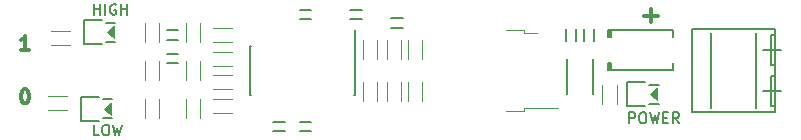
<source format=gbr>
%TF.GenerationSoftware,KiCad,Pcbnew,7.0.11-2.fc39*%
%TF.CreationDate,2024-11-23T03:24:36+03:00*%
%TF.ProjectId,logic_tester,6c6f6769-635f-4746-9573-7465722e6b69,1.0*%
%TF.SameCoordinates,PX47868c0PY55d4a80*%
%TF.FileFunction,Legend,Top*%
%TF.FilePolarity,Positive*%
%FSLAX46Y46*%
G04 Gerber Fmt 4.6, Leading zero omitted, Abs format (unit mm)*
G04 Created by KiCad (PCBNEW 7.0.11-2.fc39) date 2024-11-23 03:24:36*
%MOMM*%
%LPD*%
G01*
G04 APERTURE LIST*
%ADD10C,0.300000*%
%ADD11C,0.200000*%
%ADD12C,0.150000*%
%ADD13C,0.120000*%
%ADD14C,0.100000*%
G04 APERTURE END LIST*
D10*
X1442857Y-11589542D02*
X1557143Y-11589542D01*
X1557143Y-11589542D02*
X1671429Y-11646685D01*
X1671429Y-11646685D02*
X1728572Y-11703828D01*
X1728572Y-11703828D02*
X1785714Y-11818114D01*
X1785714Y-11818114D02*
X1842857Y-12046685D01*
X1842857Y-12046685D02*
X1842857Y-12332400D01*
X1842857Y-12332400D02*
X1785714Y-12560971D01*
X1785714Y-12560971D02*
X1728572Y-12675257D01*
X1728572Y-12675257D02*
X1671429Y-12732400D01*
X1671429Y-12732400D02*
X1557143Y-12789542D01*
X1557143Y-12789542D02*
X1442857Y-12789542D01*
X1442857Y-12789542D02*
X1328572Y-12732400D01*
X1328572Y-12732400D02*
X1271429Y-12675257D01*
X1271429Y-12675257D02*
X1214286Y-12560971D01*
X1214286Y-12560971D02*
X1157143Y-12332400D01*
X1157143Y-12332400D02*
X1157143Y-12046685D01*
X1157143Y-12046685D02*
X1214286Y-11818114D01*
X1214286Y-11818114D02*
X1271429Y-11703828D01*
X1271429Y-11703828D02*
X1328572Y-11646685D01*
X1328572Y-11646685D02*
X1442857Y-11589542D01*
D11*
X7357143Y-5305957D02*
X7357143Y-4405957D01*
X7357143Y-4834528D02*
X7871429Y-4834528D01*
X7871429Y-5305957D02*
X7871429Y-4405957D01*
X8300000Y-5305957D02*
X8300000Y-4405957D01*
X9200000Y-4448814D02*
X9114286Y-4405957D01*
X9114286Y-4405957D02*
X8985714Y-4405957D01*
X8985714Y-4405957D02*
X8857143Y-4448814D01*
X8857143Y-4448814D02*
X8771428Y-4534528D01*
X8771428Y-4534528D02*
X8728571Y-4620242D01*
X8728571Y-4620242D02*
X8685714Y-4791671D01*
X8685714Y-4791671D02*
X8685714Y-4920242D01*
X8685714Y-4920242D02*
X8728571Y-5091671D01*
X8728571Y-5091671D02*
X8771428Y-5177385D01*
X8771428Y-5177385D02*
X8857143Y-5263100D01*
X8857143Y-5263100D02*
X8985714Y-5305957D01*
X8985714Y-5305957D02*
X9071428Y-5305957D01*
X9071428Y-5305957D02*
X9200000Y-5263100D01*
X9200000Y-5263100D02*
X9242857Y-5220242D01*
X9242857Y-5220242D02*
X9242857Y-4920242D01*
X9242857Y-4920242D02*
X9071428Y-4920242D01*
X9628571Y-5305957D02*
X9628571Y-4405957D01*
X9628571Y-4834528D02*
X10142857Y-4834528D01*
X10142857Y-5305957D02*
X10142857Y-4405957D01*
X52671428Y-14455957D02*
X52671428Y-13555957D01*
X52671428Y-13555957D02*
X53014285Y-13555957D01*
X53014285Y-13555957D02*
X53100000Y-13598814D01*
X53100000Y-13598814D02*
X53142857Y-13641671D01*
X53142857Y-13641671D02*
X53185714Y-13727385D01*
X53185714Y-13727385D02*
X53185714Y-13855957D01*
X53185714Y-13855957D02*
X53142857Y-13941671D01*
X53142857Y-13941671D02*
X53100000Y-13984528D01*
X53100000Y-13984528D02*
X53014285Y-14027385D01*
X53014285Y-14027385D02*
X52671428Y-14027385D01*
X53742857Y-13555957D02*
X53914285Y-13555957D01*
X53914285Y-13555957D02*
X54000000Y-13598814D01*
X54000000Y-13598814D02*
X54085714Y-13684528D01*
X54085714Y-13684528D02*
X54128571Y-13855957D01*
X54128571Y-13855957D02*
X54128571Y-14155957D01*
X54128571Y-14155957D02*
X54085714Y-14327385D01*
X54085714Y-14327385D02*
X54000000Y-14413100D01*
X54000000Y-14413100D02*
X53914285Y-14455957D01*
X53914285Y-14455957D02*
X53742857Y-14455957D01*
X53742857Y-14455957D02*
X53657143Y-14413100D01*
X53657143Y-14413100D02*
X53571428Y-14327385D01*
X53571428Y-14327385D02*
X53528571Y-14155957D01*
X53528571Y-14155957D02*
X53528571Y-13855957D01*
X53528571Y-13855957D02*
X53571428Y-13684528D01*
X53571428Y-13684528D02*
X53657143Y-13598814D01*
X53657143Y-13598814D02*
X53742857Y-13555957D01*
X54428571Y-13555957D02*
X54642857Y-14455957D01*
X54642857Y-14455957D02*
X54814285Y-13813100D01*
X54814285Y-13813100D02*
X54985714Y-14455957D01*
X54985714Y-14455957D02*
X55200000Y-13555957D01*
X55542856Y-13984528D02*
X55842856Y-13984528D01*
X55971428Y-14455957D02*
X55542856Y-14455957D01*
X55542856Y-14455957D02*
X55542856Y-13555957D01*
X55542856Y-13555957D02*
X55971428Y-13555957D01*
X56871428Y-14455957D02*
X56571428Y-14027385D01*
X56357142Y-14455957D02*
X56357142Y-13555957D01*
X56357142Y-13555957D02*
X56699999Y-13555957D01*
X56699999Y-13555957D02*
X56785714Y-13598814D01*
X56785714Y-13598814D02*
X56828571Y-13641671D01*
X56828571Y-13641671D02*
X56871428Y-13727385D01*
X56871428Y-13727385D02*
X56871428Y-13855957D01*
X56871428Y-13855957D02*
X56828571Y-13941671D01*
X56828571Y-13941671D02*
X56785714Y-13984528D01*
X56785714Y-13984528D02*
X56699999Y-14027385D01*
X56699999Y-14027385D02*
X56357142Y-14027385D01*
D10*
X1842857Y-8289542D02*
X1157143Y-8289542D01*
X1500000Y-8289542D02*
X1500000Y-7089542D01*
X1500000Y-7089542D02*
X1385714Y-7260971D01*
X1385714Y-7260971D02*
X1271429Y-7375257D01*
X1271429Y-7375257D02*
X1157143Y-7432400D01*
D11*
X7792858Y-15505957D02*
X7364286Y-15505957D01*
X7364286Y-15505957D02*
X7364286Y-14605957D01*
X8264286Y-14605957D02*
X8435714Y-14605957D01*
X8435714Y-14605957D02*
X8521429Y-14648814D01*
X8521429Y-14648814D02*
X8607143Y-14734528D01*
X8607143Y-14734528D02*
X8650000Y-14905957D01*
X8650000Y-14905957D02*
X8650000Y-15205957D01*
X8650000Y-15205957D02*
X8607143Y-15377385D01*
X8607143Y-15377385D02*
X8521429Y-15463100D01*
X8521429Y-15463100D02*
X8435714Y-15505957D01*
X8435714Y-15505957D02*
X8264286Y-15505957D01*
X8264286Y-15505957D02*
X8178572Y-15463100D01*
X8178572Y-15463100D02*
X8092857Y-15377385D01*
X8092857Y-15377385D02*
X8050000Y-15205957D01*
X8050000Y-15205957D02*
X8050000Y-14905957D01*
X8050000Y-14905957D02*
X8092857Y-14734528D01*
X8092857Y-14734528D02*
X8178572Y-14648814D01*
X8178572Y-14648814D02*
X8264286Y-14605957D01*
X8950000Y-14605957D02*
X9164286Y-15505957D01*
X9164286Y-15505957D02*
X9335714Y-14863100D01*
X9335714Y-14863100D02*
X9507143Y-15505957D01*
X9507143Y-15505957D02*
X9721429Y-14605957D01*
D10*
X53928571Y-5356900D02*
X55071429Y-5356900D01*
X54500000Y-5928328D02*
X54500000Y-4785471D01*
D12*
%TO.C,C9*%
X33500000Y-6400000D02*
X32500000Y-6400000D01*
X33500000Y-5600000D02*
X32500000Y-5600000D01*
D13*
%TO.C,R10*%
X17450000Y-10400000D02*
X19050000Y-10400000D01*
X19050000Y-11600000D02*
X17450000Y-11600000D01*
%TO.C,R8*%
X17450000Y-12400000D02*
X19050000Y-12400000D01*
X19050000Y-13600000D02*
X17450000Y-13600000D01*
D11*
%TO.C,J1*%
X57950000Y-13500000D02*
X57950000Y-6500000D01*
X65050000Y-13500000D02*
X57950000Y-13500000D01*
X59600000Y-13150000D02*
X59600000Y-6850000D01*
X63400000Y-13150000D02*
X63400000Y-6850000D01*
X64700000Y-13000000D02*
X64700000Y-10500000D01*
X65050000Y-13000000D02*
X64700000Y-13000000D01*
D12*
X64000000Y-11750000D02*
X65500000Y-11750000D01*
D11*
X64700000Y-10500000D02*
X65050000Y-10500000D01*
X64700000Y-9500000D02*
X64700000Y-7000000D01*
X65050000Y-9500000D02*
X64700000Y-9500000D01*
D12*
X64000000Y-8250000D02*
X65500000Y-8250000D01*
D11*
X64700000Y-7000000D02*
X65050000Y-7000000D01*
X57950000Y-6500000D02*
X65050000Y-6500000D01*
X65050000Y-6500000D02*
X65050000Y-13500000D01*
D13*
%TO.C,R15*%
X33350000Y-7450000D02*
X33350000Y-9050000D01*
X32150000Y-9050000D02*
X32150000Y-7450000D01*
D11*
%TO.C,D4*%
X6250000Y-12250000D02*
X7750000Y-12250000D01*
X6250000Y-14250000D02*
X6250000Y-12250000D01*
X7750000Y-14250000D02*
X6250000Y-14250000D01*
X8900000Y-12450000D02*
X8100000Y-12450000D01*
X8900000Y-14050000D02*
X8100000Y-14050000D01*
D14*
X8800000Y-13750000D02*
X8200000Y-13250000D01*
X8800000Y-12750000D01*
X8800000Y-13750000D01*
G36*
X8800000Y-13750000D02*
G01*
X8200000Y-13250000D01*
X8800000Y-12750000D01*
X8800000Y-13750000D01*
G37*
D13*
%TO.C,R13*%
X35100000Y-7450000D02*
X35100000Y-9050000D01*
X33900000Y-9050000D02*
X33900000Y-7450000D01*
%TO.C,R12*%
X30150000Y-9050000D02*
X30150000Y-7450000D01*
X31350000Y-7450000D02*
X31350000Y-9050000D01*
%TO.C,R4*%
X16350000Y-9200000D02*
X16350000Y-10800000D01*
X15150000Y-10800000D02*
X15150000Y-9200000D01*
D12*
%TO.C,C1*%
X13500000Y-8600000D02*
X14500000Y-8600000D01*
X13500000Y-9400000D02*
X14500000Y-9400000D01*
D13*
%TO.C,R3*%
X12850000Y-9200000D02*
X12850000Y-10800000D01*
X11650000Y-10800000D02*
X11650000Y-9200000D01*
D12*
%TO.C,C8*%
X29000000Y-4850000D02*
X30000000Y-4850000D01*
X29000000Y-5650000D02*
X30000000Y-5650000D01*
D13*
%TO.C,R17*%
X3700000Y-6650000D02*
X5300000Y-6650000D01*
X5300000Y-7850000D02*
X3700000Y-7850000D01*
D12*
%TO.C,C6*%
X47350000Y-7500000D02*
X47350000Y-6500000D01*
X48150000Y-7500000D02*
X48150000Y-6500000D01*
%TO.C,C10*%
X23500000Y-15150000D02*
X22500000Y-15150000D01*
X23500000Y-14350000D02*
X22500000Y-14350000D01*
D13*
%TO.C,R16*%
X33350000Y-10950000D02*
X33350000Y-12550000D01*
X32150000Y-12550000D02*
X32150000Y-10950000D01*
%TO.C,R1*%
X12850000Y-5950000D02*
X12850000Y-7550000D01*
X11650000Y-7550000D02*
X11650000Y-5950000D01*
%TO.C,R14*%
X35100000Y-10950000D02*
X35100000Y-12550000D01*
X33900000Y-12550000D02*
X33900000Y-10950000D01*
D11*
%TO.C,D2*%
X6500000Y-5750000D02*
X8000000Y-5750000D01*
X6500000Y-7750000D02*
X6500000Y-5750000D01*
X8000000Y-7750000D02*
X6500000Y-7750000D01*
X9150000Y-5950000D02*
X8350000Y-5950000D01*
X9150000Y-7550000D02*
X8350000Y-7550000D01*
D14*
X9050000Y-7250000D02*
X8450000Y-6750000D01*
X9050000Y-6250000D01*
X9050000Y-7250000D01*
G36*
X9050000Y-7250000D02*
G01*
X8450000Y-6750000D01*
X9050000Y-6250000D01*
X9050000Y-7250000D01*
G37*
D12*
%TO.C,C5*%
X48850000Y-7500000D02*
X48850000Y-6500000D01*
X49650000Y-7500000D02*
X49650000Y-6500000D01*
%TO.C,U1*%
X29440000Y-7925000D02*
X29415000Y-7925000D01*
X29440000Y-7925000D02*
X29440000Y-12075000D01*
X29415000Y-7925000D02*
X29415000Y-6550000D01*
X20560000Y-7925000D02*
X20665000Y-7925000D01*
X20560000Y-7925000D02*
X20560000Y-12075000D01*
X29440000Y-12075000D02*
X29335000Y-12075000D01*
X20560000Y-12075000D02*
X20665000Y-12075000D01*
D13*
%TO.C,R7*%
X17450000Y-6400000D02*
X19050000Y-6400000D01*
X19050000Y-7600000D02*
X17450000Y-7600000D01*
D12*
%TO.C,C2*%
X14500000Y-7400000D02*
X13500000Y-7400000D01*
X14500000Y-6600000D02*
X13500000Y-6600000D01*
D13*
%TO.C,R2*%
X12850000Y-12450000D02*
X12850000Y-14050000D01*
X11650000Y-14050000D02*
X11650000Y-12450000D01*
%TO.C,R5*%
X16350000Y-5950000D02*
X16350000Y-7550000D01*
X15150000Y-7550000D02*
X15150000Y-5950000D01*
%TO.C,R18*%
X50400000Y-12800000D02*
X50400000Y-11200000D01*
X51600000Y-11200000D02*
X51600000Y-12800000D01*
%TO.C,R19*%
X3450000Y-12150000D02*
X5050000Y-12150000D01*
X5050000Y-13350000D02*
X3450000Y-13350000D01*
%TO.C,R9*%
X17450000Y-8400000D02*
X19050000Y-8400000D01*
X19050000Y-9600000D02*
X17450000Y-9600000D01*
%TO.C,R6*%
X16350000Y-12450000D02*
X16350000Y-14050000D01*
X15150000Y-14050000D02*
X15150000Y-12450000D01*
%TO.C,U2*%
X43770000Y-13450000D02*
X43770000Y-13180000D01*
X43770000Y-13180000D02*
X46600000Y-13180000D01*
X43770000Y-6820000D02*
X44870000Y-6820000D01*
X43770000Y-6550000D02*
X43770000Y-6820000D01*
X42270000Y-13450000D02*
X43770000Y-13450000D01*
X42270000Y-6550000D02*
X43770000Y-6550000D01*
D11*
%TO.C,D3*%
X52500000Y-11000000D02*
X54000000Y-11000000D01*
X52500000Y-13000000D02*
X52500000Y-11000000D01*
X54000000Y-13000000D02*
X52500000Y-13000000D01*
X55150000Y-11200000D02*
X54350000Y-11200000D01*
X55150000Y-12800000D02*
X54350000Y-12800000D01*
D14*
X55050000Y-12500000D02*
X54450000Y-12000000D01*
X55050000Y-11500000D01*
X55050000Y-12500000D01*
G36*
X55050000Y-12500000D02*
G01*
X54450000Y-12000000D01*
X55050000Y-11500000D01*
X55050000Y-12500000D01*
G37*
D12*
%TO.C,C7*%
X24750000Y-14350000D02*
X25750000Y-14350000D01*
X24750000Y-15150000D02*
X25750000Y-15150000D01*
D13*
%TO.C,R11*%
X31350000Y-10950000D02*
X31350000Y-12550000D01*
X30150000Y-12550000D02*
X30150000Y-10950000D01*
D12*
%TO.C,C3*%
X25750000Y-5650000D02*
X24750000Y-5650000D01*
X25750000Y-4850000D02*
X24750000Y-4850000D01*
D11*
%TO.C,D1*%
X51150000Y-6550000D02*
X56350000Y-6550000D01*
X51150000Y-9950000D02*
X56350000Y-9950000D01*
X56350000Y-7150000D02*
X56350000Y-6550000D01*
X56350000Y-9350000D02*
X56350000Y-9950000D01*
X51150000Y-7150000D02*
X50850000Y-7150000D01*
X50850000Y-6550000D01*
X51150000Y-6550000D01*
X51150000Y-7150000D01*
G36*
X51150000Y-7150000D02*
G01*
X50850000Y-7150000D01*
X50850000Y-6550000D01*
X51150000Y-6550000D01*
X51150000Y-7150000D01*
G37*
X51150000Y-9950000D02*
X50850000Y-9950000D01*
X50850000Y-9350000D01*
X51150000Y-9350000D01*
X51150000Y-9950000D01*
G36*
X51150000Y-9950000D02*
G01*
X50850000Y-9950000D01*
X50850000Y-9350000D01*
X51150000Y-9350000D01*
X51150000Y-9950000D01*
G37*
%TO.C,C4*%
X49600000Y-9000000D02*
X49600000Y-12000000D01*
X47400000Y-12000000D02*
X47400000Y-9000000D01*
%TD*%
M02*

</source>
